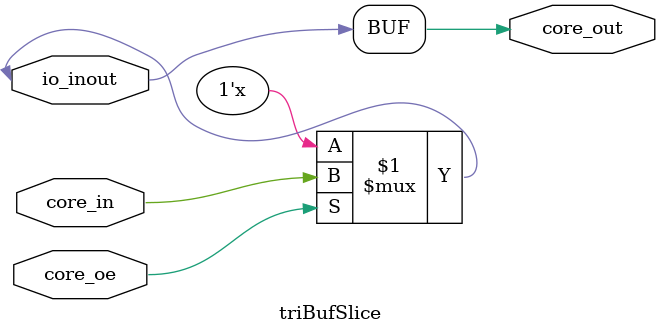
<source format=sv>
module triBuf
#(
  parameter  IOPUT_NUM  = 1
)
(
   input  [IOPUT_NUM-1:0] core_in,
   output [IOPUT_NUM-1:0] core_out,
   input  [IOPUT_NUM-1:0] core_oe,
   inout  [IOPUT_NUM-1:0] io_inout
);
  generate
     genvar i;
       for (i = 0; i < IOPUT_NUM; i = i + 1) begin
        triBufSlice triBufSlice_i
        (
          .core_in  ( core_in[i]  ),
          .core_out ( core_out[i] ),
          .core_oe  ( core_oe[i]  ),
          .io_inout ( io_inout[i] )
        );
      end
  endgenerate

endmodule



module triBufSlice
(
   input  core_in,
   output core_out,
   input  core_oe,
   inout  io_inout
);

    assign io_inout = core_oe ? core_in : 1'bZ;
    assign core_out = io_inout;

endmodule

</source>
